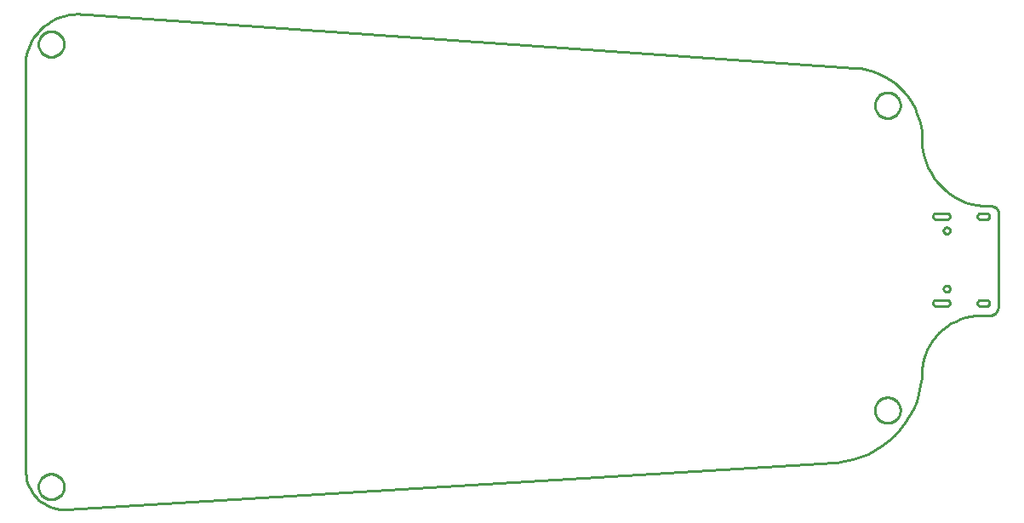
<source format=gbr>
G04 EAGLE Gerber RS-274X export*
G75*
%MOMM*%
%FSLAX34Y34*%
%LPD*%
%IN*%
%IPPOS*%
%AMOC8*
5,1,8,0,0,1.08239X$1,22.5*%
G01*
%ADD10C,0.254000*%


D10*
X38100Y-22337D02*
X38171Y-24660D01*
X38518Y-27978D01*
X39154Y-31254D01*
X40073Y-34461D01*
X41267Y-37576D01*
X42729Y-40576D01*
X44446Y-43436D01*
X46407Y-46136D01*
X48595Y-48655D01*
X50994Y-50973D01*
X53586Y-53074D01*
X56352Y-54940D01*
X59270Y-56559D01*
X62317Y-57917D01*
X65471Y-59004D01*
X68709Y-59812D01*
X72004Y-60335D01*
X75332Y-60569D01*
X78668Y-60512D01*
X842522Y-14032D01*
X844786Y-13862D01*
X852826Y-12803D01*
X860743Y-11048D01*
X868477Y-8610D01*
X875969Y-5506D01*
X883162Y-1762D01*
X890002Y2595D01*
X896435Y7532D01*
X902414Y13011D01*
X907893Y18989D01*
X912829Y25423D01*
X917186Y32262D01*
X920931Y39455D01*
X924034Y46947D01*
X926473Y54681D01*
X928228Y62598D01*
X929286Y70638D01*
X929640Y78740D01*
X930305Y83812D01*
X931410Y88807D01*
X932945Y93687D01*
X934901Y98414D01*
X937260Y102953D01*
X940007Y107269D01*
X943119Y111330D01*
X946573Y115103D01*
X950343Y118561D01*
X954400Y121678D01*
X958713Y124429D01*
X963249Y126793D01*
X967975Y128753D01*
X972853Y130294D01*
X977847Y131404D01*
X982918Y132075D01*
X988029Y132300D01*
X993140Y132080D01*
X995680Y132080D01*
X996566Y132119D01*
X997444Y132234D01*
X998310Y132426D01*
X999155Y132693D01*
X999974Y133032D01*
X1000760Y133441D01*
X1001508Y133917D01*
X1002211Y134457D01*
X1002864Y135056D01*
X1003463Y135709D01*
X1004003Y136412D01*
X1004479Y137160D01*
X1004888Y137946D01*
X1005227Y138765D01*
X1005494Y139610D01*
X1005686Y140476D01*
X1005801Y141355D01*
X1005840Y142240D01*
X1005840Y233680D01*
X1005811Y234344D01*
X1005724Y235003D01*
X1005580Y235652D01*
X1005380Y236286D01*
X1005126Y236900D01*
X1004819Y237490D01*
X1004462Y238051D01*
X1004057Y238578D01*
X1003608Y239068D01*
X1003118Y239517D01*
X1002591Y239922D01*
X1002030Y240279D01*
X1001440Y240586D01*
X1000826Y240840D01*
X1000192Y241040D01*
X999543Y241184D01*
X998884Y241271D01*
X998220Y241300D01*
X995680Y241300D01*
X989924Y241551D01*
X984212Y242303D01*
X978588Y243550D01*
X973093Y245283D01*
X967770Y247487D01*
X962660Y250148D01*
X957801Y253243D01*
X953230Y256750D01*
X948983Y260643D01*
X945090Y264890D01*
X941583Y269461D01*
X938488Y274320D01*
X935827Y279430D01*
X933623Y284753D01*
X931890Y290248D01*
X930643Y295872D01*
X929891Y301584D01*
X929640Y307340D01*
X929628Y308662D01*
X929239Y314928D01*
X928305Y321136D01*
X926834Y327239D01*
X924837Y333190D01*
X922328Y338945D01*
X919328Y344459D01*
X915858Y349691D01*
X911945Y354600D01*
X907620Y359150D01*
X902914Y363305D01*
X897865Y367034D01*
X892509Y370309D01*
X886888Y373105D01*
X881045Y375401D01*
X875024Y377178D01*
X868872Y378424D01*
X862634Y379129D01*
X99240Y431800D01*
X94652Y432376D01*
X90032Y432550D01*
X85414Y432321D01*
X80833Y431690D01*
X76325Y430662D01*
X71924Y429245D01*
X67663Y427450D01*
X63574Y425290D01*
X59690Y422783D01*
X56039Y419946D01*
X52648Y416802D01*
X49545Y413374D01*
X46753Y409689D01*
X44292Y405774D01*
X42181Y401660D01*
X40438Y397378D01*
X39074Y392960D01*
X38100Y388440D01*
X38100Y-22337D01*
X943450Y228160D02*
X954450Y228160D01*
X954711Y228171D01*
X954971Y228206D01*
X955226Y228262D01*
X955476Y228341D01*
X955718Y228441D01*
X955950Y228562D01*
X956171Y228703D01*
X956378Y228862D01*
X956571Y229039D01*
X956748Y229232D01*
X956907Y229439D01*
X957048Y229660D01*
X957169Y229892D01*
X957269Y230134D01*
X957348Y230384D01*
X957404Y230639D01*
X957439Y230899D01*
X957450Y231160D01*
X957439Y231421D01*
X957404Y231681D01*
X957348Y231936D01*
X957269Y232186D01*
X957169Y232428D01*
X957048Y232660D01*
X956907Y232881D01*
X956748Y233088D01*
X956571Y233281D01*
X956378Y233458D01*
X956171Y233617D01*
X955950Y233758D01*
X955718Y233879D01*
X955476Y233979D01*
X955226Y234058D01*
X954971Y234114D01*
X954711Y234149D01*
X954450Y234160D01*
X943450Y234160D01*
X943189Y234149D01*
X942929Y234114D01*
X942674Y234058D01*
X942424Y233979D01*
X942182Y233879D01*
X941950Y233758D01*
X941729Y233617D01*
X941522Y233458D01*
X941329Y233281D01*
X941152Y233088D01*
X940993Y232881D01*
X940852Y232660D01*
X940731Y232428D01*
X940631Y232186D01*
X940552Y231936D01*
X940496Y231681D01*
X940461Y231421D01*
X940450Y231160D01*
X940461Y230899D01*
X940496Y230639D01*
X940552Y230384D01*
X940631Y230134D01*
X940731Y229892D01*
X940852Y229660D01*
X940993Y229439D01*
X941152Y229232D01*
X941329Y229039D01*
X941522Y228862D01*
X941729Y228703D01*
X941950Y228562D01*
X942182Y228441D01*
X942424Y228341D01*
X942674Y228262D01*
X942929Y228206D01*
X943189Y228171D01*
X943450Y228160D01*
X987600Y141760D02*
X993800Y141760D01*
X994061Y141771D01*
X994321Y141806D01*
X994576Y141862D01*
X994826Y141941D01*
X995068Y142041D01*
X995300Y142162D01*
X995521Y142303D01*
X995728Y142462D01*
X995921Y142639D01*
X996098Y142832D01*
X996257Y143039D01*
X996398Y143260D01*
X996519Y143492D01*
X996619Y143734D01*
X996698Y143984D01*
X996754Y144239D01*
X996789Y144499D01*
X996800Y144760D01*
X996789Y145021D01*
X996754Y145281D01*
X996698Y145536D01*
X996619Y145786D01*
X996519Y146028D01*
X996398Y146260D01*
X996257Y146481D01*
X996098Y146688D01*
X995921Y146881D01*
X995728Y147058D01*
X995521Y147217D01*
X995300Y147358D01*
X995068Y147479D01*
X994826Y147579D01*
X994576Y147658D01*
X994321Y147714D01*
X994061Y147749D01*
X993800Y147760D01*
X987600Y147760D01*
X987339Y147749D01*
X987079Y147714D01*
X986824Y147658D01*
X986574Y147579D01*
X986332Y147479D01*
X986100Y147358D01*
X985879Y147217D01*
X985672Y147058D01*
X985479Y146881D01*
X985302Y146688D01*
X985143Y146481D01*
X985002Y146260D01*
X984881Y146028D01*
X984781Y145786D01*
X984702Y145536D01*
X984646Y145281D01*
X984611Y145021D01*
X984600Y144760D01*
X984611Y144499D01*
X984646Y144239D01*
X984702Y143984D01*
X984781Y143734D01*
X984881Y143492D01*
X985002Y143260D01*
X985143Y143039D01*
X985302Y142832D01*
X985479Y142639D01*
X985672Y142462D01*
X985879Y142303D01*
X986100Y142162D01*
X986332Y142041D01*
X986574Y141941D01*
X986824Y141862D01*
X987079Y141806D01*
X987339Y141771D01*
X987600Y141760D01*
X987600Y228160D02*
X993800Y228160D01*
X994061Y228171D01*
X994321Y228206D01*
X994576Y228262D01*
X994826Y228341D01*
X995068Y228441D01*
X995300Y228562D01*
X995521Y228703D01*
X995728Y228862D01*
X995921Y229039D01*
X996098Y229232D01*
X996257Y229439D01*
X996398Y229660D01*
X996519Y229892D01*
X996619Y230134D01*
X996698Y230384D01*
X996754Y230639D01*
X996789Y230899D01*
X996800Y231160D01*
X996789Y231421D01*
X996754Y231681D01*
X996698Y231936D01*
X996619Y232186D01*
X996519Y232428D01*
X996398Y232660D01*
X996257Y232881D01*
X996098Y233088D01*
X995921Y233281D01*
X995728Y233458D01*
X995521Y233617D01*
X995300Y233758D01*
X995068Y233879D01*
X994826Y233979D01*
X994576Y234058D01*
X994321Y234114D01*
X994061Y234149D01*
X993800Y234160D01*
X987600Y234160D01*
X987339Y234149D01*
X987079Y234114D01*
X986824Y234058D01*
X986574Y233979D01*
X986332Y233879D01*
X986100Y233758D01*
X985879Y233617D01*
X985672Y233458D01*
X985479Y233281D01*
X985302Y233088D01*
X985143Y232881D01*
X985002Y232660D01*
X984881Y232428D01*
X984781Y232186D01*
X984702Y231936D01*
X984646Y231681D01*
X984611Y231421D01*
X984600Y231160D01*
X984611Y230899D01*
X984646Y230639D01*
X984702Y230384D01*
X984781Y230134D01*
X984881Y229892D01*
X985002Y229660D01*
X985143Y229439D01*
X985302Y229232D01*
X985479Y229039D01*
X985672Y228862D01*
X985879Y228703D01*
X986100Y228562D01*
X986332Y228441D01*
X986574Y228341D01*
X986824Y228262D01*
X987079Y228206D01*
X987339Y228171D01*
X987600Y228160D01*
X943450Y141760D02*
X954450Y141760D01*
X954711Y141771D01*
X954971Y141806D01*
X955226Y141862D01*
X955476Y141941D01*
X955718Y142041D01*
X955950Y142162D01*
X956171Y142303D01*
X956378Y142462D01*
X956571Y142639D01*
X956748Y142832D01*
X956907Y143039D01*
X957048Y143260D01*
X957169Y143492D01*
X957269Y143734D01*
X957348Y143984D01*
X957404Y144239D01*
X957439Y144499D01*
X957450Y144760D01*
X957439Y145021D01*
X957404Y145281D01*
X957348Y145536D01*
X957269Y145786D01*
X957169Y146028D01*
X957048Y146260D01*
X956907Y146481D01*
X956748Y146688D01*
X956571Y146881D01*
X956378Y147058D01*
X956171Y147217D01*
X955950Y147358D01*
X955718Y147479D01*
X955476Y147579D01*
X955226Y147658D01*
X954971Y147714D01*
X954711Y147749D01*
X954450Y147760D01*
X943450Y147760D01*
X943189Y147749D01*
X942929Y147714D01*
X942674Y147658D01*
X942424Y147579D01*
X942182Y147479D01*
X941950Y147358D01*
X941729Y147217D01*
X941522Y147058D01*
X941329Y146881D01*
X941152Y146688D01*
X940993Y146481D01*
X940852Y146260D01*
X940731Y146028D01*
X940631Y145786D01*
X940552Y145536D01*
X940496Y145281D01*
X940461Y145021D01*
X940450Y144760D01*
X940461Y144499D01*
X940496Y144239D01*
X940552Y143984D01*
X940631Y143734D01*
X940731Y143492D01*
X940852Y143260D01*
X940993Y143039D01*
X941152Y142832D01*
X941329Y142639D01*
X941522Y142462D01*
X941729Y142303D01*
X941950Y142162D01*
X942182Y142041D01*
X942424Y141941D01*
X942674Y141862D01*
X942929Y141806D01*
X943189Y141771D01*
X943450Y141760D01*
X76200Y402091D02*
X76122Y401096D01*
X75966Y400110D01*
X75733Y399140D01*
X75424Y398191D01*
X75042Y397269D01*
X74589Y396380D01*
X74068Y395529D01*
X73481Y394721D01*
X72833Y393963D01*
X72127Y393257D01*
X71369Y392609D01*
X70561Y392022D01*
X69710Y391501D01*
X68821Y391048D01*
X67899Y390666D01*
X66950Y390357D01*
X65980Y390124D01*
X64994Y389968D01*
X63999Y389890D01*
X63001Y389890D01*
X62006Y389968D01*
X61020Y390124D01*
X60050Y390357D01*
X59101Y390666D01*
X58179Y391048D01*
X57290Y391501D01*
X56439Y392022D01*
X55631Y392609D01*
X54873Y393257D01*
X54167Y393963D01*
X53519Y394721D01*
X52932Y395529D01*
X52411Y396380D01*
X51958Y397269D01*
X51576Y398191D01*
X51267Y399140D01*
X51034Y400110D01*
X50878Y401096D01*
X50800Y402091D01*
X50800Y403089D01*
X50878Y404084D01*
X51034Y405070D01*
X51267Y406040D01*
X51576Y406989D01*
X51958Y407911D01*
X52411Y408800D01*
X52932Y409651D01*
X53519Y410459D01*
X54167Y411217D01*
X54873Y411923D01*
X55631Y412571D01*
X56439Y413158D01*
X57290Y413679D01*
X58179Y414132D01*
X59101Y414514D01*
X60050Y414823D01*
X61020Y415056D01*
X62006Y415212D01*
X63001Y415290D01*
X63999Y415290D01*
X64994Y415212D01*
X65980Y415056D01*
X66950Y414823D01*
X67899Y414514D01*
X68821Y414132D01*
X69710Y413679D01*
X70561Y413158D01*
X71369Y412571D01*
X72127Y411923D01*
X72833Y411217D01*
X73481Y410459D01*
X74068Y409651D01*
X74589Y408800D01*
X75042Y407911D01*
X75424Y406989D01*
X75733Y406040D01*
X75966Y405070D01*
X76122Y404084D01*
X76200Y403089D01*
X76200Y402091D01*
X76200Y-38599D02*
X76122Y-39594D01*
X75966Y-40580D01*
X75733Y-41550D01*
X75424Y-42499D01*
X75042Y-43421D01*
X74589Y-44310D01*
X74068Y-45161D01*
X73481Y-45969D01*
X72833Y-46727D01*
X72127Y-47433D01*
X71369Y-48081D01*
X70561Y-48668D01*
X69710Y-49189D01*
X68821Y-49642D01*
X67899Y-50024D01*
X66950Y-50333D01*
X65980Y-50566D01*
X64994Y-50722D01*
X63999Y-50800D01*
X63001Y-50800D01*
X62006Y-50722D01*
X61020Y-50566D01*
X60050Y-50333D01*
X59101Y-50024D01*
X58179Y-49642D01*
X57290Y-49189D01*
X56439Y-48668D01*
X55631Y-48081D01*
X54873Y-47433D01*
X54167Y-46727D01*
X53519Y-45969D01*
X52932Y-45161D01*
X52411Y-44310D01*
X51958Y-43421D01*
X51576Y-42499D01*
X51267Y-41550D01*
X51034Y-40580D01*
X50878Y-39594D01*
X50800Y-38599D01*
X50800Y-37601D01*
X50878Y-36606D01*
X51034Y-35620D01*
X51267Y-34650D01*
X51576Y-33701D01*
X51958Y-32779D01*
X52411Y-31890D01*
X52932Y-31039D01*
X53519Y-30231D01*
X54167Y-29473D01*
X54873Y-28767D01*
X55631Y-28119D01*
X56439Y-27532D01*
X57290Y-27011D01*
X58179Y-26558D01*
X59101Y-26176D01*
X60050Y-25867D01*
X61020Y-25634D01*
X62006Y-25478D01*
X63001Y-25400D01*
X63999Y-25400D01*
X64994Y-25478D01*
X65980Y-25634D01*
X66950Y-25867D01*
X67899Y-26176D01*
X68821Y-26558D01*
X69710Y-27011D01*
X70561Y-27532D01*
X71369Y-28119D01*
X72127Y-28767D01*
X72833Y-29473D01*
X73481Y-30231D01*
X74068Y-31039D01*
X74589Y-31890D01*
X75042Y-32779D01*
X75424Y-33701D01*
X75733Y-34650D01*
X75966Y-35620D01*
X76122Y-36606D01*
X76200Y-37601D01*
X76200Y-38599D01*
X908050Y37601D02*
X907972Y36606D01*
X907816Y35620D01*
X907583Y34650D01*
X907274Y33701D01*
X906892Y32779D01*
X906439Y31890D01*
X905918Y31039D01*
X905331Y30231D01*
X904683Y29473D01*
X903977Y28767D01*
X903219Y28119D01*
X902411Y27532D01*
X901560Y27011D01*
X900671Y26558D01*
X899749Y26176D01*
X898800Y25867D01*
X897830Y25634D01*
X896844Y25478D01*
X895849Y25400D01*
X894851Y25400D01*
X893856Y25478D01*
X892870Y25634D01*
X891900Y25867D01*
X890951Y26176D01*
X890029Y26558D01*
X889140Y27011D01*
X888289Y27532D01*
X887481Y28119D01*
X886723Y28767D01*
X886017Y29473D01*
X885369Y30231D01*
X884782Y31039D01*
X884261Y31890D01*
X883808Y32779D01*
X883426Y33701D01*
X883117Y34650D01*
X882884Y35620D01*
X882728Y36606D01*
X882650Y37601D01*
X882650Y38599D01*
X882728Y39594D01*
X882884Y40580D01*
X883117Y41550D01*
X883426Y42499D01*
X883808Y43421D01*
X884261Y44310D01*
X884782Y45161D01*
X885369Y45969D01*
X886017Y46727D01*
X886723Y47433D01*
X887481Y48081D01*
X888289Y48668D01*
X889140Y49189D01*
X890029Y49642D01*
X890951Y50024D01*
X891900Y50333D01*
X892870Y50566D01*
X893856Y50722D01*
X894851Y50800D01*
X895849Y50800D01*
X896844Y50722D01*
X897830Y50566D01*
X898800Y50333D01*
X899749Y50024D01*
X900671Y49642D01*
X901560Y49189D01*
X902411Y48668D01*
X903219Y48081D01*
X903977Y47433D01*
X904683Y46727D01*
X905331Y45969D01*
X905918Y45161D01*
X906439Y44310D01*
X906892Y43421D01*
X907274Y42499D01*
X907583Y41550D01*
X907816Y40580D01*
X907972Y39594D01*
X908050Y38599D01*
X908050Y37601D01*
X908050Y341131D02*
X907972Y340136D01*
X907816Y339150D01*
X907583Y338180D01*
X907274Y337231D01*
X906892Y336309D01*
X906439Y335420D01*
X905918Y334569D01*
X905331Y333761D01*
X904683Y333003D01*
X903977Y332297D01*
X903219Y331649D01*
X902411Y331062D01*
X901560Y330541D01*
X900671Y330088D01*
X899749Y329706D01*
X898800Y329397D01*
X897830Y329164D01*
X896844Y329008D01*
X895849Y328930D01*
X894851Y328930D01*
X893856Y329008D01*
X892870Y329164D01*
X891900Y329397D01*
X890951Y329706D01*
X890029Y330088D01*
X889140Y330541D01*
X888289Y331062D01*
X887481Y331649D01*
X886723Y332297D01*
X886017Y333003D01*
X885369Y333761D01*
X884782Y334569D01*
X884261Y335420D01*
X883808Y336309D01*
X883426Y337231D01*
X883117Y338180D01*
X882884Y339150D01*
X882728Y340136D01*
X882650Y341131D01*
X882650Y342129D01*
X882728Y343124D01*
X882884Y344110D01*
X883117Y345080D01*
X883426Y346029D01*
X883808Y346951D01*
X884261Y347840D01*
X884782Y348691D01*
X885369Y349499D01*
X886017Y350257D01*
X886723Y350963D01*
X887481Y351611D01*
X888289Y352198D01*
X889140Y352719D01*
X890029Y353172D01*
X890951Y353554D01*
X891900Y353863D01*
X892870Y354096D01*
X893856Y354252D01*
X894851Y354330D01*
X895849Y354330D01*
X896844Y354252D01*
X897830Y354096D01*
X898800Y353863D01*
X899749Y353554D01*
X900671Y353172D01*
X901560Y352719D01*
X902411Y352198D01*
X903219Y351611D01*
X903977Y350963D01*
X904683Y350257D01*
X905331Y349499D01*
X905918Y348691D01*
X906439Y347840D01*
X906892Y346951D01*
X907274Y346029D01*
X907583Y345080D01*
X907816Y344110D01*
X907972Y343124D01*
X908050Y342129D01*
X908050Y341131D01*
X954463Y162310D02*
X954885Y162254D01*
X955297Y162144D01*
X955691Y161981D01*
X956059Y161768D01*
X956397Y161509D01*
X956699Y161207D01*
X956958Y160869D01*
X957171Y160501D01*
X957334Y160107D01*
X957444Y159695D01*
X957500Y159273D01*
X957500Y158847D01*
X957444Y158425D01*
X957334Y158013D01*
X957171Y157619D01*
X956958Y157251D01*
X956699Y156913D01*
X956397Y156611D01*
X956059Y156352D01*
X955691Y156139D01*
X955297Y155976D01*
X954885Y155866D01*
X954463Y155810D01*
X954037Y155810D01*
X953615Y155866D01*
X953203Y155976D01*
X952809Y156139D01*
X952441Y156352D01*
X952103Y156611D01*
X951801Y156913D01*
X951542Y157251D01*
X951329Y157619D01*
X951166Y158013D01*
X951056Y158425D01*
X951000Y158847D01*
X951000Y159273D01*
X951056Y159695D01*
X951166Y160107D01*
X951329Y160501D01*
X951542Y160869D01*
X951801Y161207D01*
X952103Y161509D01*
X952441Y161768D01*
X952809Y161981D01*
X953203Y162144D01*
X953615Y162254D01*
X954037Y162310D01*
X954463Y162310D01*
X954463Y220110D02*
X954885Y220054D01*
X955297Y219944D01*
X955691Y219781D01*
X956059Y219568D01*
X956397Y219309D01*
X956699Y219007D01*
X956958Y218669D01*
X957171Y218301D01*
X957334Y217907D01*
X957444Y217495D01*
X957500Y217073D01*
X957500Y216647D01*
X957444Y216225D01*
X957334Y215813D01*
X957171Y215419D01*
X956958Y215051D01*
X956699Y214713D01*
X956397Y214411D01*
X956059Y214152D01*
X955691Y213939D01*
X955297Y213776D01*
X954885Y213666D01*
X954463Y213610D01*
X954037Y213610D01*
X953615Y213666D01*
X953203Y213776D01*
X952809Y213939D01*
X952441Y214152D01*
X952103Y214411D01*
X951801Y214713D01*
X951542Y215051D01*
X951329Y215419D01*
X951166Y215813D01*
X951056Y216225D01*
X951000Y216647D01*
X951000Y217073D01*
X951056Y217495D01*
X951166Y217907D01*
X951329Y218301D01*
X951542Y218669D01*
X951801Y219007D01*
X952103Y219309D01*
X952441Y219568D01*
X952809Y219781D01*
X953203Y219944D01*
X953615Y220054D01*
X954037Y220110D01*
X954463Y220110D01*
M02*

</source>
